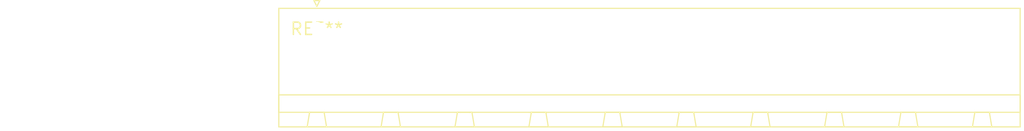
<source format=kicad_pcb>
(kicad_pcb (version 20240108) (generator pcbnew)
  (layers (0 "F.Cu" signal) (31 "B.Cu" signal) (34 "B.Paste" user) (35 "F.Paste" user) (36 "B.SilkS" user "B.Silkscreen") (37 "F.SilkS" user "F.Silkscreen") (38 "B.Mask" user) (39 "F.Mask" user) (44 "Edge.Cuts" user))
  (net 0 "")
  (footprint "PhoenixContact_GMSTBA_2,5_10-G-7,62_1x10_P7.62mm_Horizontal" (layer "F.Cu") (at 0 0)
    (property "Reference" "REF**")
    (property "Value" "PhoenixContact_GMSTBA_2,5_10-G-7,62_1x10_P7.62mm_Horizontal")
    (fp_line (start -3.92 -2.11) (end -3.92 10.11) (layer "F.SilkS") (stroke (width 0.12)))
    (fp_line (start -3.92 6.81) (end 72.5 6.81) (layer "F.SilkS") (stroke (width 0.12)))
    (fp_line (start -3.92 8.61) (end -3.92 6.81) (layer "F.SilkS") (stroke (width 0.12)))
    (fp_line (start -3.92 10.11) (end 72.5 10.11) (layer "F.SilkS") (stroke (width 0.12)))
    (fp_line (start -1 10.11) (end 1 10.11) (layer "F.SilkS") (stroke (width 0.12)))
    (fp_line (start -0.75 8.61) (end -1 10.11) (layer "F.SilkS") (stroke (width 0.12)))
    (fp_line (start -0.3 -2.91) (end 0.3 -2.91) (layer "F.SilkS") (stroke (width 0.12)))
    (fp_line (start 0 -2.31) (end -0.3 -2.91) (layer "F.SilkS") (stroke (width 0.12)))
    (fp_line (start 0.3 -2.91) (end 0 -2.31) (layer "F.SilkS") (stroke (width 0.12)))
    (fp_line (start 0.75 8.61) (end -0.75 8.61) (layer "F.SilkS") (stroke (width 0.12)))
    (fp_line (start 1 10.11) (end 0.75 8.61) (layer "F.SilkS") (stroke (width 0.12)))
    (fp_line (start 6.62 10.11) (end 8.62 10.11) (layer "F.SilkS") (stroke (width 0.12)))
    (fp_line (start 6.87 8.61) (end 6.62 10.11) (layer "F.SilkS") (stroke (width 0.12)))
    (fp_line (start 8.37 8.61) (end 6.87 8.61) (layer "F.SilkS") (stroke (width 0.12)))
    (fp_line (start 8.62 10.11) (end 8.37 8.61) (layer "F.SilkS") (stroke (width 0.12)))
    (fp_line (start 14.24 10.11) (end 16.24 10.11) (layer "F.SilkS") (stroke (width 0.12)))
    (fp_line (start 14.49 8.61) (end 14.24 10.11) (layer "F.SilkS") (stroke (width 0.12)))
    (fp_line (start 15.99 8.61) (end 14.49 8.61) (layer "F.SilkS") (stroke (width 0.12)))
    (fp_line (start 16.24 10.11) (end 15.99 8.61) (layer "F.SilkS") (stroke (width 0.12)))
    (fp_line (start 21.86 10.11) (end 23.86 10.11) (layer "F.SilkS") (stroke (width 0.12)))
    (fp_line (start 22.11 8.61) (end 21.86 10.11) (layer "F.SilkS") (stroke (width 0.12)))
    (fp_line (start 23.61 8.61) (end 22.11 8.61) (layer "F.SilkS") (stroke (width 0.12)))
    (fp_line (start 23.86 10.11) (end 23.61 8.61) (layer "F.SilkS") (stroke (width 0.12)))
    (fp_line (start 29.48 10.11) (end 31.48 10.11) (layer "F.SilkS") (stroke (width 0.12)))
    (fp_line (start 29.73 8.61) (end 29.48 10.11) (layer "F.SilkS") (stroke (width 0.12)))
    (fp_line (start 31.23 8.61) (end 29.73 8.61) (layer "F.SilkS") (stroke (width 0.12)))
    (fp_line (start 31.48 10.11) (end 31.23 8.61) (layer "F.SilkS") (stroke (width 0.12)))
    (fp_line (start 37.1 10.11) (end 39.1 10.11) (layer "F.SilkS") (stroke (width 0.12)))
    (fp_line (start 37.35 8.61) (end 37.1 10.11) (layer "F.SilkS") (stroke (width 0.12)))
    (fp_line (start 38.85 8.61) (end 37.35 8.61) (layer "F.SilkS") (stroke (width 0.12)))
    (fp_line (start 39.1 10.11) (end 38.85 8.61) (layer "F.SilkS") (stroke (width 0.12)))
    (fp_line (start 44.72 10.11) (end 46.72 10.11) (layer "F.SilkS") (stroke (width 0.12)))
    (fp_line (start 44.97 8.61) (end 44.72 10.11) (layer "F.SilkS") (stroke (width 0.12)))
    (fp_line (start 46.47 8.61) (end 44.97 8.61) (layer "F.SilkS") (stroke (width 0.12)))
    (fp_line (start 46.72 10.11) (end 46.47 8.61) (layer "F.SilkS") (stroke (width 0.12)))
    (fp_line (start 52.34 10.11) (end 54.34 10.11) (layer "F.SilkS") (stroke (width 0.12)))
    (fp_line (start 52.59 8.61) (end 52.34 10.11) (layer "F.SilkS") (stroke (width 0.12)))
    (fp_line (start 54.09 8.61) (end 52.59 8.61) (layer "F.SilkS") (stroke (width 0.12)))
    (fp_line (start 54.34 10.11) (end 54.09 8.61) (layer "F.SilkS") (stroke (width 0.12)))
    (fp_line (start 59.96 10.11) (end 61.96 10.11) (layer "F.SilkS") (stroke (width 0.12)))
    (fp_line (start 60.21 8.61) (end 59.96 10.11) (layer "F.SilkS") (stroke (width 0.12)))
    (fp_line (start 61.71 8.61) (end 60.21 8.61) (layer "F.SilkS") (stroke (width 0.12)))
    (fp_line (start 61.96 10.11) (end 61.71 8.61) (layer "F.SilkS") (stroke (width 0.12)))
    (fp_line (start 67.58 10.11) (end 69.58 10.11) (layer "F.SilkS") (stroke (width 0.12)))
    (fp_line (start 67.83 8.61) (end 67.58 10.11) (layer "F.SilkS") (stroke (width 0.12)))
    (fp_line (start 69.33 8.61) (end 67.83 8.61) (layer "F.SilkS") (stroke (width 0.12)))
    (fp_line (start 69.58 10.11) (end 69.33 8.61) (layer "F.SilkS") (stroke (width 0.12)))
    (fp_line (start 72.5 -2.11) (end -3.92 -2.11) (layer "F.SilkS") (stroke (width 0.12)))
    (fp_line (start 72.5 6.81) (end 72.5 8.61) (layer "F.SilkS") (stroke (width 0.12)))
    (fp_line (start 72.5 8.61) (end -3.92 8.61) (layer "F.SilkS") (stroke (width 0.12)))
    (fp_line (start 72.5 10.11) (end 72.5 -2.11) (layer "F.SilkS") (stroke (width 0.12)))
    (pad "1" thru_hole roundrect (at 0 0) (size 2.1 3.6) (drill 1.4) (layers *.Cu *.Mask) (remove_unused_layers) (roundrect_rratio 0.119048))
    (pad "2" thru_hole oval (at 7.62 0) (size 2.1 3.6) (drill 1.4) (layers *.Cu *.Mask) (remove_unused_layers))
    (pad "3" thru_hole oval (at 15.24 0) (size 2.1 3.6) (drill 1.4) (layers *.Cu *.Mask) (remove_unused_layers))
    (pad "4" thru_hole oval (at 22.86 0) (size 2.1 3.6) (drill 1.4) (layers *.Cu *.Mask) (remove_unused_layers))
    (pad "5" thru_hole oval (at 30.48 0) (size 2.1 3.6) (drill 1.4) (layers *.Cu *.Mask) (remove_unused_layers))
    (pad "6" thru_hole oval (at 38.1 0) (size 2.1 3.6) (drill 1.4) (layers *.Cu *.Mask) (remove_unused_layers))
    (pad "7" thru_hole oval (at 45.72 0) (size 2.1 3.6) (drill 1.4) (layers *.Cu *.Mask) (remove_unused_layers))
    (pad "8" thru_hole oval (at 53.34 0) (size 2.1 3.6) (drill 1.4) (layers *.Cu *.Mask) (remove_unused_layers))
    (pad "9" thru_hole oval (at 60.96 0) (size 2.1 3.6) (drill 1.4) (layers *.Cu *.Mask) (remove_unused_layers))
    (pad "10" thru_hole oval (at 68.58 0) (size 2.1 3.6) (drill 1.4) (layers *.Cu *.Mask) (remove_unused_layers))
  )
)
</source>
